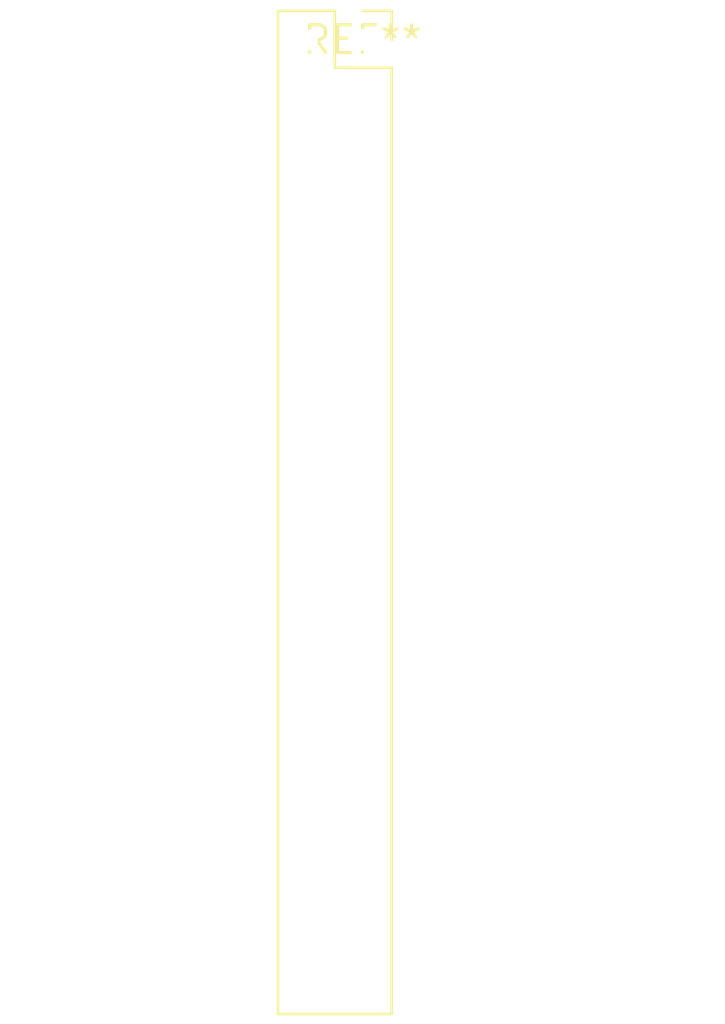
<source format=kicad_pcb>
(kicad_pcb (version 20240108) (generator pcbnew)
  (layers (0 "F.Cu" signal) (31 "B.Cu" signal) (34 "B.Paste" user) (35 "F.Paste" user) (36 "B.SilkS" user "B.Silkscreen") (37 "F.SilkS" user "F.Silkscreen") (38 "B.Mask" user) (39 "F.Mask" user) (44 "Edge.Cuts" user))
  (net 0 "")
  (footprint "PinSocket_2x18_P2.54mm_Vertical" (layer "F.Cu") (at 0 0)
    (property "Reference" "REF**")
    (property "Value" "PinSocket_2x18_P2.54mm_Vertical")
    (fp_line (start -3.87 -1.33) (end -3.87 44.51) (layer "F.SilkS") (stroke (width 0.12)))
    (fp_line (start -3.87 -1.33) (end -1.27 -1.33) (layer "F.SilkS") (stroke (width 0.12)))
    (fp_line (start -3.87 44.51) (end 1.33 44.51) (layer "F.SilkS") (stroke (width 0.12)))
    (fp_line (start -1.27 -1.33) (end -1.27 1.27) (layer "F.SilkS") (stroke (width 0.12)))
    (fp_line (start -1.27 1.27) (end 1.33 1.27) (layer "F.SilkS") (stroke (width 0.12)))
    (fp_line (start 0 -1.33) (end 1.33 -1.33) (layer "F.SilkS") (stroke (width 0.12)))
    (fp_line (start 1.33 -1.33) (end 1.33 0) (layer "F.SilkS") (stroke (width 0.12)))
    (fp_line (start 1.33 1.27) (end 1.33 44.51) (layer "F.SilkS") (stroke (width 0.12)))
    (pad "1" thru_hole rect (at 0 0) (size 1.7 1.7) (drill 1) (layers *.Cu *.Mask) (remove_unused_layers))
    (pad "2" thru_hole oval (at -2.54 0) (size 1.7 1.7) (drill 1) (layers *.Cu *.Mask) (remove_unused_layers))
    (pad "3" thru_hole oval (at 0 2.54) (size 1.7 1.7) (drill 1) (layers *.Cu *.Mask) (remove_unused_layers))
    (pad "4" thru_hole oval (at -2.54 2.54) (size 1.7 1.7) (drill 1) (layers *.Cu *.Mask) (remove_unused_layers))
    (pad "5" thru_hole oval (at 0 5.08) (size 1.7 1.7) (drill 1) (layers *.Cu *.Mask) (remove_unused_layers))
    (pad "6" thru_hole oval (at -2.54 5.08) (size 1.7 1.7) (drill 1) (layers *.Cu *.Mask) (remove_unused_layers))
    (pad "7" thru_hole oval (at 0 7.62) (size 1.7 1.7) (drill 1) (layers *.Cu *.Mask) (remove_unused_layers))
    (pad "8" thru_hole oval (at -2.54 7.62) (size 1.7 1.7) (drill 1) (layers *.Cu *.Mask) (remove_unused_layers))
    (pad "9" thru_hole oval (at 0 10.16) (size 1.7 1.7) (drill 1) (layers *.Cu *.Mask) (remove_unused_layers))
    (pad "10" thru_hole oval (at -2.54 10.16) (size 1.7 1.7) (drill 1) (layers *.Cu *.Mask) (remove_unused_layers))
    (pad "11" thru_hole oval (at 0 12.7) (size 1.7 1.7) (drill 1) (layers *.Cu *.Mask) (remove_unused_layers))
    (pad "12" thru_hole oval (at -2.54 12.7) (size 1.7 1.7) (drill 1) (layers *.Cu *.Mask) (remove_unused_layers))
    (pad "13" thru_hole oval (at 0 15.24) (size 1.7 1.7) (drill 1) (layers *.Cu *.Mask) (remove_unused_layers))
    (pad "14" thru_hole oval (at -2.54 15.24) (size 1.7 1.7) (drill 1) (layers *.Cu *.Mask) (remove_unused_layers))
    (pad "15" thru_hole oval (at 0 17.78) (size 1.7 1.7) (drill 1) (layers *.Cu *.Mask) (remove_unused_layers))
    (pad "16" thru_hole oval (at -2.54 17.78) (size 1.7 1.7) (drill 1) (layers *.Cu *.Mask) (remove_unused_layers))
    (pad "17" thru_hole oval (at 0 20.32) (size 1.7 1.7) (drill 1) (layers *.Cu *.Mask) (remove_unused_layers))
    (pad "18" thru_hole oval (at -2.54 20.32) (size 1.7 1.7) (drill 1) (layers *.Cu *.Mask) (remove_unused_layers))
    (pad "19" thru_hole oval (at 0 22.86) (size 1.7 1.7) (drill 1) (layers *.Cu *.Mask) (remove_unused_layers))
    (pad "20" thru_hole oval (at -2.54 22.86) (size 1.7 1.7) (drill 1) (layers *.Cu *.Mask) (remove_unused_layers))
    (pad "21" thru_hole oval (at 0 25.4) (size 1.7 1.7) (drill 1) (layers *.Cu *.Mask) (remove_unused_layers))
    (pad "22" thru_hole oval (at -2.54 25.4) (size 1.7 1.7) (drill 1) (layers *.Cu *.Mask) (remove_unused_layers))
    (pad "23" thru_hole oval (at 0 27.94) (size 1.7 1.7) (drill 1) (layers *.Cu *.Mask) (remove_unused_layers))
    (pad "24" thru_hole oval (at -2.54 27.94) (size 1.7 1.7) (drill 1) (layers *.Cu *.Mask) (remove_unused_layers))
    (pad "25" thru_hole oval (at 0 30.48) (size 1.7 1.7) (drill 1) (layers *.Cu *.Mask) (remove_unused_layers))
    (pad "26" thru_hole oval (at -2.54 30.48) (size 1.7 1.7) (drill 1) (layers *.Cu *.Mask) (remove_unused_layers))
    (pad "27" thru_hole oval (at 0 33.02) (size 1.7 1.7) (drill 1) (layers *.Cu *.Mask) (remove_unused_layers))
    (pad "28" thru_hole oval (at -2.54 33.02) (size 1.7 1.7) (drill 1) (layers *.Cu *.Mask) (remove_unused_layers))
    (pad "29" thru_hole oval (at 0 35.56) (size 1.7 1.7) (drill 1) (layers *.Cu *.Mask) (remove_unused_layers))
    (pad "30" thru_hole oval (at -2.54 35.56) (size 1.7 1.7) (drill 1) (layers *.Cu *.Mask) (remove_unused_layers))
    (pad "31" thru_hole oval (at 0 38.1) (size 1.7 1.7) (drill 1) (layers *.Cu *.Mask) (remove_unused_layers))
    (pad "32" thru_hole oval (at -2.54 38.1) (size 1.7 1.7) (drill 1) (layers *.Cu *.Mask) (remove_unused_layers))
    (pad "33" thru_hole oval (at 0 40.64) (size 1.7 1.7) (drill 1) (layers *.Cu *.Mask) (remove_unused_layers))
    (pad "34" thru_hole oval (at -2.54 40.64) (size 1.7 1.7) (drill 1) (layers *.Cu *.Mask) (remove_unused_layers))
    (pad "35" thru_hole oval (at 0 43.18) (size 1.7 1.7) (drill 1) (layers *.Cu *.Mask) (remove_unused_layers))
    (pad "36" thru_hole oval (at -2.54 43.18) (size 1.7 1.7) (drill 1) (layers *.Cu *.Mask) (remove_unused_layers))
  )
)
</source>
